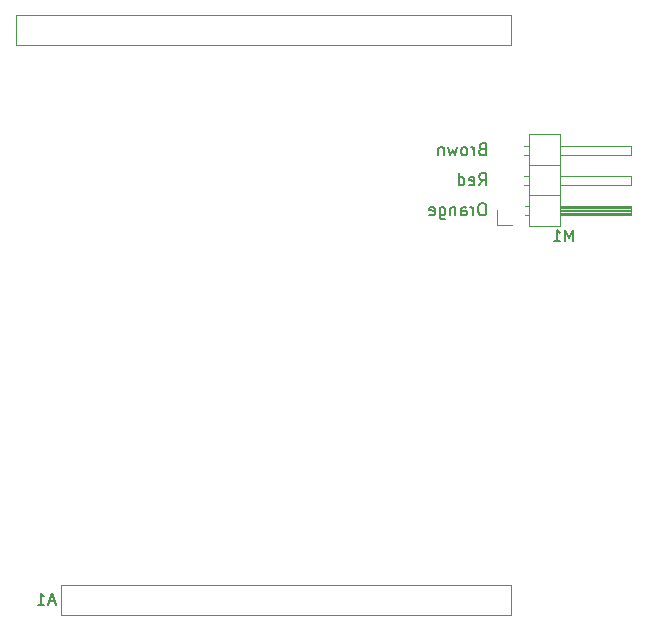
<source format=gbr>
%TF.GenerationSoftware,KiCad,Pcbnew,(7.0.0)*%
%TF.CreationDate,2023-02-28T15:15:22-06:00*%
%TF.ProjectId,Film_Dev_Robot,46696c6d-5f44-4657-965f-526f626f742e,rev?*%
%TF.SameCoordinates,Original*%
%TF.FileFunction,Legend,Bot*%
%TF.FilePolarity,Positive*%
%FSLAX46Y46*%
G04 Gerber Fmt 4.6, Leading zero omitted, Abs format (unit mm)*
G04 Created by KiCad (PCBNEW (7.0.0)) date 2023-02-28 15:15:22*
%MOMM*%
%LPD*%
G01*
G04 APERTURE LIST*
%ADD10C,0.150000*%
%ADD11C,0.120000*%
%ADD12C,0.100000*%
G04 APERTURE END LIST*
D10*
X134826428Y-77522380D02*
X134635952Y-77522380D01*
X134635952Y-77522380D02*
X134540714Y-77570000D01*
X134540714Y-77570000D02*
X134445476Y-77665238D01*
X134445476Y-77665238D02*
X134397857Y-77855714D01*
X134397857Y-77855714D02*
X134397857Y-78189047D01*
X134397857Y-78189047D02*
X134445476Y-78379523D01*
X134445476Y-78379523D02*
X134540714Y-78474761D01*
X134540714Y-78474761D02*
X134635952Y-78522380D01*
X134635952Y-78522380D02*
X134826428Y-78522380D01*
X134826428Y-78522380D02*
X134921666Y-78474761D01*
X134921666Y-78474761D02*
X135016904Y-78379523D01*
X135016904Y-78379523D02*
X135064523Y-78189047D01*
X135064523Y-78189047D02*
X135064523Y-77855714D01*
X135064523Y-77855714D02*
X135016904Y-77665238D01*
X135016904Y-77665238D02*
X134921666Y-77570000D01*
X134921666Y-77570000D02*
X134826428Y-77522380D01*
X133969285Y-78522380D02*
X133969285Y-77855714D01*
X133969285Y-78046190D02*
X133921666Y-77950952D01*
X133921666Y-77950952D02*
X133874047Y-77903333D01*
X133874047Y-77903333D02*
X133778809Y-77855714D01*
X133778809Y-77855714D02*
X133683571Y-77855714D01*
X132921666Y-78522380D02*
X132921666Y-77998571D01*
X132921666Y-77998571D02*
X132969285Y-77903333D01*
X132969285Y-77903333D02*
X133064523Y-77855714D01*
X133064523Y-77855714D02*
X133254999Y-77855714D01*
X133254999Y-77855714D02*
X133350237Y-77903333D01*
X132921666Y-78474761D02*
X133016904Y-78522380D01*
X133016904Y-78522380D02*
X133254999Y-78522380D01*
X133254999Y-78522380D02*
X133350237Y-78474761D01*
X133350237Y-78474761D02*
X133397856Y-78379523D01*
X133397856Y-78379523D02*
X133397856Y-78284285D01*
X133397856Y-78284285D02*
X133350237Y-78189047D01*
X133350237Y-78189047D02*
X133254999Y-78141428D01*
X133254999Y-78141428D02*
X133016904Y-78141428D01*
X133016904Y-78141428D02*
X132921666Y-78093809D01*
X132445475Y-77855714D02*
X132445475Y-78522380D01*
X132445475Y-77950952D02*
X132397856Y-77903333D01*
X132397856Y-77903333D02*
X132302618Y-77855714D01*
X132302618Y-77855714D02*
X132159761Y-77855714D01*
X132159761Y-77855714D02*
X132064523Y-77903333D01*
X132064523Y-77903333D02*
X132016904Y-77998571D01*
X132016904Y-77998571D02*
X132016904Y-78522380D01*
X131112142Y-77855714D02*
X131112142Y-78665238D01*
X131112142Y-78665238D02*
X131159761Y-78760476D01*
X131159761Y-78760476D02*
X131207380Y-78808095D01*
X131207380Y-78808095D02*
X131302618Y-78855714D01*
X131302618Y-78855714D02*
X131445475Y-78855714D01*
X131445475Y-78855714D02*
X131540713Y-78808095D01*
X131112142Y-78474761D02*
X131207380Y-78522380D01*
X131207380Y-78522380D02*
X131397856Y-78522380D01*
X131397856Y-78522380D02*
X131493094Y-78474761D01*
X131493094Y-78474761D02*
X131540713Y-78427142D01*
X131540713Y-78427142D02*
X131588332Y-78331904D01*
X131588332Y-78331904D02*
X131588332Y-78046190D01*
X131588332Y-78046190D02*
X131540713Y-77950952D01*
X131540713Y-77950952D02*
X131493094Y-77903333D01*
X131493094Y-77903333D02*
X131397856Y-77855714D01*
X131397856Y-77855714D02*
X131207380Y-77855714D01*
X131207380Y-77855714D02*
X131112142Y-77903333D01*
X130254999Y-78474761D02*
X130350237Y-78522380D01*
X130350237Y-78522380D02*
X130540713Y-78522380D01*
X130540713Y-78522380D02*
X130635951Y-78474761D01*
X130635951Y-78474761D02*
X130683570Y-78379523D01*
X130683570Y-78379523D02*
X130683570Y-77998571D01*
X130683570Y-77998571D02*
X130635951Y-77903333D01*
X130635951Y-77903333D02*
X130540713Y-77855714D01*
X130540713Y-77855714D02*
X130350237Y-77855714D01*
X130350237Y-77855714D02*
X130254999Y-77903333D01*
X130254999Y-77903333D02*
X130207380Y-77998571D01*
X130207380Y-77998571D02*
X130207380Y-78093809D01*
X130207380Y-78093809D02*
X130683570Y-78189047D01*
X134683571Y-72918571D02*
X134540714Y-72966190D01*
X134540714Y-72966190D02*
X134493095Y-73013809D01*
X134493095Y-73013809D02*
X134445476Y-73109047D01*
X134445476Y-73109047D02*
X134445476Y-73251904D01*
X134445476Y-73251904D02*
X134493095Y-73347142D01*
X134493095Y-73347142D02*
X134540714Y-73394761D01*
X134540714Y-73394761D02*
X134635952Y-73442380D01*
X134635952Y-73442380D02*
X135016904Y-73442380D01*
X135016904Y-73442380D02*
X135016904Y-72442380D01*
X135016904Y-72442380D02*
X134683571Y-72442380D01*
X134683571Y-72442380D02*
X134588333Y-72490000D01*
X134588333Y-72490000D02*
X134540714Y-72537619D01*
X134540714Y-72537619D02*
X134493095Y-72632857D01*
X134493095Y-72632857D02*
X134493095Y-72728095D01*
X134493095Y-72728095D02*
X134540714Y-72823333D01*
X134540714Y-72823333D02*
X134588333Y-72870952D01*
X134588333Y-72870952D02*
X134683571Y-72918571D01*
X134683571Y-72918571D02*
X135016904Y-72918571D01*
X134016904Y-73442380D02*
X134016904Y-72775714D01*
X134016904Y-72966190D02*
X133969285Y-72870952D01*
X133969285Y-72870952D02*
X133921666Y-72823333D01*
X133921666Y-72823333D02*
X133826428Y-72775714D01*
X133826428Y-72775714D02*
X133731190Y-72775714D01*
X133254999Y-73442380D02*
X133350237Y-73394761D01*
X133350237Y-73394761D02*
X133397856Y-73347142D01*
X133397856Y-73347142D02*
X133445475Y-73251904D01*
X133445475Y-73251904D02*
X133445475Y-72966190D01*
X133445475Y-72966190D02*
X133397856Y-72870952D01*
X133397856Y-72870952D02*
X133350237Y-72823333D01*
X133350237Y-72823333D02*
X133254999Y-72775714D01*
X133254999Y-72775714D02*
X133112142Y-72775714D01*
X133112142Y-72775714D02*
X133016904Y-72823333D01*
X133016904Y-72823333D02*
X132969285Y-72870952D01*
X132969285Y-72870952D02*
X132921666Y-72966190D01*
X132921666Y-72966190D02*
X132921666Y-73251904D01*
X132921666Y-73251904D02*
X132969285Y-73347142D01*
X132969285Y-73347142D02*
X133016904Y-73394761D01*
X133016904Y-73394761D02*
X133112142Y-73442380D01*
X133112142Y-73442380D02*
X133254999Y-73442380D01*
X132588332Y-72775714D02*
X132397856Y-73442380D01*
X132397856Y-73442380D02*
X132207380Y-72966190D01*
X132207380Y-72966190D02*
X132016904Y-73442380D01*
X132016904Y-73442380D02*
X131826428Y-72775714D01*
X131445475Y-72775714D02*
X131445475Y-73442380D01*
X131445475Y-72870952D02*
X131397856Y-72823333D01*
X131397856Y-72823333D02*
X131302618Y-72775714D01*
X131302618Y-72775714D02*
X131159761Y-72775714D01*
X131159761Y-72775714D02*
X131064523Y-72823333D01*
X131064523Y-72823333D02*
X131016904Y-72918571D01*
X131016904Y-72918571D02*
X131016904Y-73442380D01*
X134445476Y-75982380D02*
X134778809Y-75506190D01*
X135016904Y-75982380D02*
X135016904Y-74982380D01*
X135016904Y-74982380D02*
X134635952Y-74982380D01*
X134635952Y-74982380D02*
X134540714Y-75030000D01*
X134540714Y-75030000D02*
X134493095Y-75077619D01*
X134493095Y-75077619D02*
X134445476Y-75172857D01*
X134445476Y-75172857D02*
X134445476Y-75315714D01*
X134445476Y-75315714D02*
X134493095Y-75410952D01*
X134493095Y-75410952D02*
X134540714Y-75458571D01*
X134540714Y-75458571D02*
X134635952Y-75506190D01*
X134635952Y-75506190D02*
X135016904Y-75506190D01*
X133635952Y-75934761D02*
X133731190Y-75982380D01*
X133731190Y-75982380D02*
X133921666Y-75982380D01*
X133921666Y-75982380D02*
X134016904Y-75934761D01*
X134016904Y-75934761D02*
X134064523Y-75839523D01*
X134064523Y-75839523D02*
X134064523Y-75458571D01*
X134064523Y-75458571D02*
X134016904Y-75363333D01*
X134016904Y-75363333D02*
X133921666Y-75315714D01*
X133921666Y-75315714D02*
X133731190Y-75315714D01*
X133731190Y-75315714D02*
X133635952Y-75363333D01*
X133635952Y-75363333D02*
X133588333Y-75458571D01*
X133588333Y-75458571D02*
X133588333Y-75553809D01*
X133588333Y-75553809D02*
X134064523Y-75649047D01*
X132731190Y-75982380D02*
X132731190Y-74982380D01*
X132731190Y-75934761D02*
X132826428Y-75982380D01*
X132826428Y-75982380D02*
X133016904Y-75982380D01*
X133016904Y-75982380D02*
X133112142Y-75934761D01*
X133112142Y-75934761D02*
X133159761Y-75887142D01*
X133159761Y-75887142D02*
X133207380Y-75791904D01*
X133207380Y-75791904D02*
X133207380Y-75506190D01*
X133207380Y-75506190D02*
X133159761Y-75410952D01*
X133159761Y-75410952D02*
X133112142Y-75363333D01*
X133112142Y-75363333D02*
X133016904Y-75315714D01*
X133016904Y-75315714D02*
X132826428Y-75315714D01*
X132826428Y-75315714D02*
X132731190Y-75363333D01*
%TO.C,M1*%
X142424523Y-80727380D02*
X142424523Y-79727380D01*
X142424523Y-79727380D02*
X142091190Y-80441666D01*
X142091190Y-80441666D02*
X141757857Y-79727380D01*
X141757857Y-79727380D02*
X141757857Y-80727380D01*
X140757857Y-80727380D02*
X141329285Y-80727380D01*
X141043571Y-80727380D02*
X141043571Y-79727380D01*
X141043571Y-79727380D02*
X141138809Y-79870238D01*
X141138809Y-79870238D02*
X141234047Y-79965476D01*
X141234047Y-79965476D02*
X141329285Y-80013095D01*
%TO.C,A1*%
X98504285Y-111206666D02*
X98028095Y-111206666D01*
X98599523Y-111492380D02*
X98266190Y-110492380D01*
X98266190Y-110492380D02*
X97932857Y-111492380D01*
X97075714Y-111492380D02*
X97647142Y-111492380D01*
X97361428Y-111492380D02*
X97361428Y-110492380D01*
X97361428Y-110492380D02*
X97456666Y-110635238D01*
X97456666Y-110635238D02*
X97551904Y-110730476D01*
X97551904Y-110730476D02*
X97647142Y-110778095D01*
D11*
%TO.C,M1*%
X135960000Y-78090000D02*
X135960000Y-79360000D01*
X135960000Y-79360000D02*
X137230000Y-79360000D01*
X138272929Y-72630000D02*
X138670000Y-72630000D01*
X138272929Y-73390000D02*
X138670000Y-73390000D01*
X138272929Y-75170000D02*
X138670000Y-75170000D01*
X138272929Y-75930000D02*
X138670000Y-75930000D01*
X138340000Y-77710000D02*
X138670000Y-77710000D01*
X138340000Y-78470000D02*
X138670000Y-78470000D01*
X138670000Y-71680000D02*
X141330000Y-71680000D01*
X138670000Y-74280000D02*
X141330000Y-74280000D01*
X138670000Y-76820000D02*
X141330000Y-76820000D01*
X138670000Y-79420000D02*
X138670000Y-71680000D01*
X141330000Y-71680000D02*
X141330000Y-79420000D01*
X141330000Y-73390000D02*
X147330000Y-73390000D01*
X141330000Y-75930000D02*
X147330000Y-75930000D01*
X141330000Y-77810000D02*
X147330000Y-77810000D01*
X141330000Y-77930000D02*
X147330000Y-77930000D01*
X141330000Y-78050000D02*
X147330000Y-78050000D01*
X141330000Y-78170000D02*
X147330000Y-78170000D01*
X141330000Y-78290000D02*
X147330000Y-78290000D01*
X141330000Y-78410000D02*
X147330000Y-78410000D01*
X141330000Y-78470000D02*
X147330000Y-78470000D01*
X141330000Y-79420000D02*
X138670000Y-79420000D01*
X147330000Y-72630000D02*
X141330000Y-72630000D01*
X147330000Y-73390000D02*
X147330000Y-72630000D01*
X147330000Y-75170000D02*
X141330000Y-75170000D01*
X147330000Y-75930000D02*
X147330000Y-75170000D01*
X147330000Y-77710000D02*
X141330000Y-77710000D01*
X147330000Y-78470000D02*
X147330000Y-77710000D01*
D12*
%TO.C,A1*%
X99060000Y-112395000D02*
X137160000Y-112395000D01*
X137160000Y-112395000D02*
X137160000Y-109855000D01*
X137160000Y-109855000D02*
X99060000Y-109855000D01*
X99060000Y-109855000D02*
X99060000Y-112395000D01*
X137160000Y-64135000D02*
X95250000Y-64135000D01*
X95250000Y-64135000D02*
X95250000Y-61595000D01*
X95250000Y-61595000D02*
X137160000Y-61595000D01*
X137160000Y-61595000D02*
X137160000Y-64135000D01*
%TD*%
M02*

</source>
